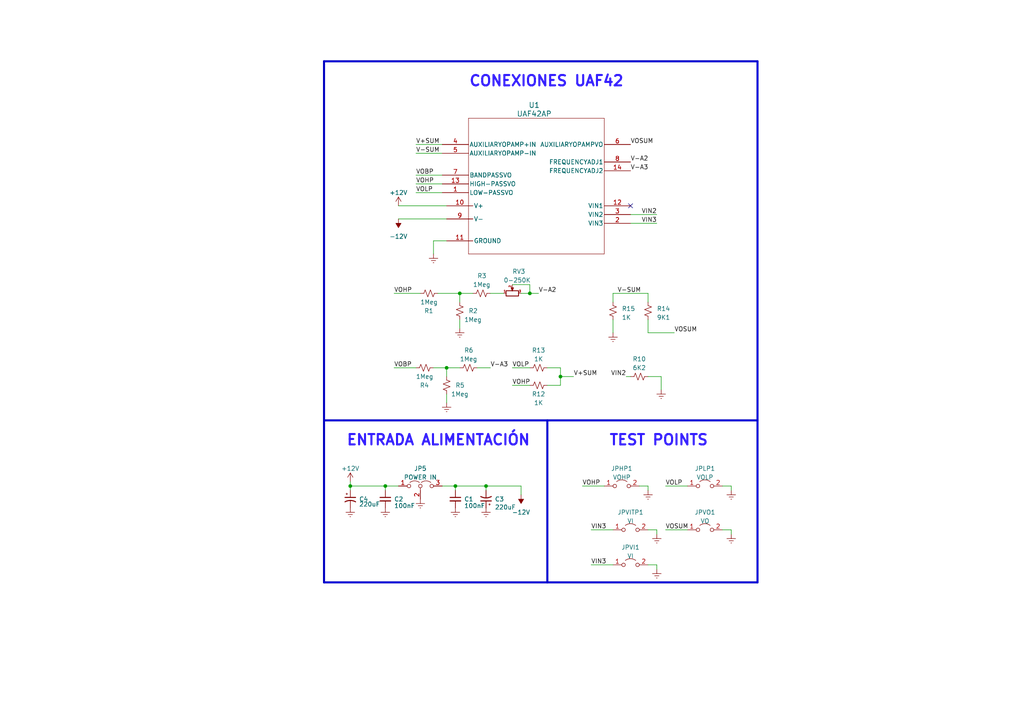
<source format=kicad_sch>
(kicad_sch (version 20230121) (generator eeschema)

  (uuid fb7dd137-9742-400b-bc8f-2cda8fe4d4fa)

  (paper "A4")

  (lib_symbols
    (symbol "Device:C_Polarized_Small_US" (pin_numbers hide) (pin_names (offset 0.254) hide) (in_bom yes) (on_board yes)
      (property "Reference" "C" (at 0.254 1.778 0)
        (effects (font (size 1.27 1.27)) (justify left))
      )
      (property "Value" "C_Polarized_Small_US" (at 0.254 -2.032 0)
        (effects (font (size 1.27 1.27)) (justify left))
      )
      (property "Footprint" "" (at 0 0 0)
        (effects (font (size 1.27 1.27)) hide)
      )
      (property "Datasheet" "~" (at 0 0 0)
        (effects (font (size 1.27 1.27)) hide)
      )
      (property "ki_keywords" "cap capacitor" (at 0 0 0)
        (effects (font (size 1.27 1.27)) hide)
      )
      (property "ki_description" "Polarized capacitor, small US symbol" (at 0 0 0)
        (effects (font (size 1.27 1.27)) hide)
      )
      (property "ki_fp_filters" "CP_*" (at 0 0 0)
        (effects (font (size 1.27 1.27)) hide)
      )
      (symbol "C_Polarized_Small_US_0_1"
        (polyline
          (pts
            (xy -1.524 0.508)
            (xy 1.524 0.508)
          )
          (stroke (width 0.3048) (type default))
          (fill (type none))
        )
        (polyline
          (pts
            (xy -1.27 1.524)
            (xy -0.762 1.524)
          )
          (stroke (width 0) (type default))
          (fill (type none))
        )
        (polyline
          (pts
            (xy -1.016 1.27)
            (xy -1.016 1.778)
          )
          (stroke (width 0) (type default))
          (fill (type none))
        )
        (arc (start 1.524 -0.762) (mid 0 -0.3734) (end -1.524 -0.762)
          (stroke (width 0.3048) (type default))
          (fill (type none))
        )
      )
      (symbol "C_Polarized_Small_US_1_1"
        (pin passive line (at 0 2.54 270) (length 2.032)
          (name "~" (effects (font (size 1.27 1.27))))
          (number "1" (effects (font (size 1.27 1.27))))
        )
        (pin passive line (at 0 -2.54 90) (length 2.032)
          (name "~" (effects (font (size 1.27 1.27))))
          (number "2" (effects (font (size 1.27 1.27))))
        )
      )
    )
    (symbol "Device:C_Small" (pin_numbers hide) (pin_names (offset 0.254) hide) (in_bom yes) (on_board yes)
      (property "Reference" "C" (at 0.254 1.778 0)
        (effects (font (size 1.27 1.27)) (justify left))
      )
      (property "Value" "C_Small" (at 0.254 -2.032 0)
        (effects (font (size 1.27 1.27)) (justify left))
      )
      (property "Footprint" "" (at 0 0 0)
        (effects (font (size 1.27 1.27)) hide)
      )
      (property "Datasheet" "~" (at 0 0 0)
        (effects (font (size 1.27 1.27)) hide)
      )
      (property "ki_keywords" "capacitor cap" (at 0 0 0)
        (effects (font (size 1.27 1.27)) hide)
      )
      (property "ki_description" "Unpolarized capacitor, small symbol" (at 0 0 0)
        (effects (font (size 1.27 1.27)) hide)
      )
      (property "ki_fp_filters" "C_*" (at 0 0 0)
        (effects (font (size 1.27 1.27)) hide)
      )
      (symbol "C_Small_0_1"
        (polyline
          (pts
            (xy -1.524 -0.508)
            (xy 1.524 -0.508)
          )
          (stroke (width 0.3302) (type default))
          (fill (type none))
        )
        (polyline
          (pts
            (xy -1.524 0.508)
            (xy 1.524 0.508)
          )
          (stroke (width 0.3048) (type default))
          (fill (type none))
        )
      )
      (symbol "C_Small_1_1"
        (pin passive line (at 0 2.54 270) (length 2.032)
          (name "~" (effects (font (size 1.27 1.27))))
          (number "1" (effects (font (size 1.27 1.27))))
        )
        (pin passive line (at 0 -2.54 90) (length 2.032)
          (name "~" (effects (font (size 1.27 1.27))))
          (number "2" (effects (font (size 1.27 1.27))))
        )
      )
    )
    (symbol "Device:R_Potentiometer_Small" (pin_names (offset 1.016) hide) (in_bom yes) (on_board yes)
      (property "Reference" "RV" (at -4.445 0 90)
        (effects (font (size 1.27 1.27)))
      )
      (property "Value" "R_Potentiometer_Small" (at -2.54 0 90)
        (effects (font (size 1.27 1.27)))
      )
      (property "Footprint" "" (at 0 0 0)
        (effects (font (size 1.27 1.27)) hide)
      )
      (property "Datasheet" "~" (at 0 0 0)
        (effects (font (size 1.27 1.27)) hide)
      )
      (property "ki_keywords" "resistor variable" (at 0 0 0)
        (effects (font (size 1.27 1.27)) hide)
      )
      (property "ki_description" "Potentiometer" (at 0 0 0)
        (effects (font (size 1.27 1.27)) hide)
      )
      (property "ki_fp_filters" "Potentiometer*" (at 0 0 0)
        (effects (font (size 1.27 1.27)) hide)
      )
      (symbol "R_Potentiometer_Small_0_1"
        (polyline
          (pts
            (xy 0.889 0)
            (xy 0.635 0)
            (xy 1.651 0.381)
            (xy 1.651 -0.381)
            (xy 0.635 0)
            (xy 0.889 0)
          )
          (stroke (width 0) (type default))
          (fill (type outline))
        )
        (rectangle (start 0.762 1.8034) (end -0.762 -1.8034)
          (stroke (width 0.254) (type default))
          (fill (type none))
        )
      )
      (symbol "R_Potentiometer_Small_1_1"
        (pin passive line (at 0 2.54 270) (length 0.635)
          (name "1" (effects (font (size 0.635 0.635))))
          (number "1" (effects (font (size 0.635 0.635))))
        )
        (pin passive line (at 2.54 0 180) (length 0.9906)
          (name "2" (effects (font (size 0.635 0.635))))
          (number "2" (effects (font (size 0.635 0.635))))
        )
        (pin passive line (at 0 -2.54 90) (length 0.635)
          (name "3" (effects (font (size 0.635 0.635))))
          (number "3" (effects (font (size 0.635 0.635))))
        )
      )
    )
    (symbol "Device:R_Small_US" (pin_numbers hide) (pin_names (offset 0.254) hide) (in_bom yes) (on_board yes)
      (property "Reference" "R" (at 0.762 0.508 0)
        (effects (font (size 1.27 1.27)) (justify left))
      )
      (property "Value" "R_Small_US" (at 0.762 -1.016 0)
        (effects (font (size 1.27 1.27)) (justify left))
      )
      (property "Footprint" "" (at 0 0 0)
        (effects (font (size 1.27 1.27)) hide)
      )
      (property "Datasheet" "~" (at 0 0 0)
        (effects (font (size 1.27 1.27)) hide)
      )
      (property "ki_keywords" "r resistor" (at 0 0 0)
        (effects (font (size 1.27 1.27)) hide)
      )
      (property "ki_description" "Resistor, small US symbol" (at 0 0 0)
        (effects (font (size 1.27 1.27)) hide)
      )
      (property "ki_fp_filters" "R_*" (at 0 0 0)
        (effects (font (size 1.27 1.27)) hide)
      )
      (symbol "R_Small_US_1_1"
        (polyline
          (pts
            (xy 0 0)
            (xy 1.016 -0.381)
            (xy 0 -0.762)
            (xy -1.016 -1.143)
            (xy 0 -1.524)
          )
          (stroke (width 0) (type default))
          (fill (type none))
        )
        (polyline
          (pts
            (xy 0 1.524)
            (xy 1.016 1.143)
            (xy 0 0.762)
            (xy -1.016 0.381)
            (xy 0 0)
          )
          (stroke (width 0) (type default))
          (fill (type none))
        )
        (pin passive line (at 0 2.54 270) (length 1.016)
          (name "~" (effects (font (size 1.27 1.27))))
          (number "1" (effects (font (size 1.27 1.27))))
        )
        (pin passive line (at 0 -2.54 90) (length 1.016)
          (name "~" (effects (font (size 1.27 1.27))))
          (number "2" (effects (font (size 1.27 1.27))))
        )
      )
    )
    (symbol "Jumper:Jumper_2_Open" (pin_names (offset 0) hide) (in_bom yes) (on_board yes)
      (property "Reference" "JP" (at 0 2.794 0)
        (effects (font (size 1.27 1.27)))
      )
      (property "Value" "Jumper_2_Open" (at 0 -2.286 0)
        (effects (font (size 1.27 1.27)))
      )
      (property "Footprint" "" (at 0 0 0)
        (effects (font (size 1.27 1.27)) hide)
      )
      (property "Datasheet" "~" (at 0 0 0)
        (effects (font (size 1.27 1.27)) hide)
      )
      (property "ki_keywords" "Jumper SPST" (at 0 0 0)
        (effects (font (size 1.27 1.27)) hide)
      )
      (property "ki_description" "Jumper, 2-pole, open" (at 0 0 0)
        (effects (font (size 1.27 1.27)) hide)
      )
      (property "ki_fp_filters" "Jumper* TestPoint*2Pads* TestPoint*Bridge*" (at 0 0 0)
        (effects (font (size 1.27 1.27)) hide)
      )
      (symbol "Jumper_2_Open_0_0"
        (circle (center -2.032 0) (radius 0.508)
          (stroke (width 0) (type default))
          (fill (type none))
        )
        (circle (center 2.032 0) (radius 0.508)
          (stroke (width 0) (type default))
          (fill (type none))
        )
      )
      (symbol "Jumper_2_Open_0_1"
        (arc (start 1.524 1.27) (mid 0 1.778) (end -1.524 1.27)
          (stroke (width 0) (type default))
          (fill (type none))
        )
      )
      (symbol "Jumper_2_Open_1_1"
        (pin passive line (at -5.08 0 0) (length 2.54)
          (name "A" (effects (font (size 1.27 1.27))))
          (number "1" (effects (font (size 1.27 1.27))))
        )
        (pin passive line (at 5.08 0 180) (length 2.54)
          (name "B" (effects (font (size 1.27 1.27))))
          (number "2" (effects (font (size 1.27 1.27))))
        )
      )
    )
    (symbol "Jumper:Jumper_3_Open" (pin_names (offset 0) hide) (in_bom yes) (on_board yes)
      (property "Reference" "JP" (at -2.54 -2.54 0)
        (effects (font (size 1.27 1.27)))
      )
      (property "Value" "Jumper_3_Open" (at 0 2.794 0)
        (effects (font (size 1.27 1.27)))
      )
      (property "Footprint" "" (at 0 0 0)
        (effects (font (size 1.27 1.27)) hide)
      )
      (property "Datasheet" "~" (at 0 0 0)
        (effects (font (size 1.27 1.27)) hide)
      )
      (property "ki_keywords" "Jumper SPDT" (at 0 0 0)
        (effects (font (size 1.27 1.27)) hide)
      )
      (property "ki_description" "Jumper, 3-pole, both open" (at 0 0 0)
        (effects (font (size 1.27 1.27)) hide)
      )
      (property "ki_fp_filters" "Jumper* TestPoint*3Pads* TestPoint*Bridge*" (at 0 0 0)
        (effects (font (size 1.27 1.27)) hide)
      )
      (symbol "Jumper_3_Open_0_0"
        (circle (center -3.302 0) (radius 0.508)
          (stroke (width 0) (type default))
          (fill (type none))
        )
        (circle (center 0 0) (radius 0.508)
          (stroke (width 0) (type default))
          (fill (type none))
        )
        (circle (center 3.302 0) (radius 0.508)
          (stroke (width 0) (type default))
          (fill (type none))
        )
      )
      (symbol "Jumper_3_Open_0_1"
        (arc (start -0.254 1.016) (mid -1.651 1.4992) (end -3.048 1.016)
          (stroke (width 0) (type default))
          (fill (type none))
        )
        (polyline
          (pts
            (xy 0 -0.508)
            (xy 0 -1.27)
          )
          (stroke (width 0) (type default))
          (fill (type none))
        )
        (arc (start 3.048 1.016) (mid 1.651 1.4992) (end 0.254 1.016)
          (stroke (width 0) (type default))
          (fill (type none))
        )
      )
      (symbol "Jumper_3_Open_1_1"
        (pin passive line (at -6.35 0 0) (length 2.54)
          (name "A" (effects (font (size 1.27 1.27))))
          (number "1" (effects (font (size 1.27 1.27))))
        )
        (pin passive line (at 0 -3.81 90) (length 2.54)
          (name "C" (effects (font (size 1.27 1.27))))
          (number "2" (effects (font (size 1.27 1.27))))
        )
        (pin passive line (at 6.35 0 180) (length 2.54)
          (name "B" (effects (font (size 1.27 1.27))))
          (number "3" (effects (font (size 1.27 1.27))))
        )
      )
    )
    (symbol "UAF42:UAF42AP" (pin_names (offset 0.254)) (in_bom yes) (on_board yes)
      (property "Reference" "U1" (at 41.91 11.43 0)
        (effects (font (size 1.524 1.524)))
      )
      (property "Value" "UAF42AP" (at 41.91 8.89 0)
        (effects (font (size 1.524 1.524)))
      )
      (property "Footprint" "UAF42:N14" (at 15.24 0 0)
        (effects (font (size 1.27 1.27) italic) hide)
      )
      (property "Datasheet" "UAF42AP" (at 15.24 0 0)
        (effects (font (size 1.27 1.27) italic) hide)
      )
      (property "ki_locked" "" (at 0 0 0)
        (effects (font (size 1.27 1.27)))
      )
      (property "ki_keywords" "UAF42AP" (at 0 0 0)
        (effects (font (size 1.27 1.27)) hide)
      )
      (property "ki_fp_filters" "N14" (at 0 0 0)
        (effects (font (size 1.27 1.27)) hide)
      )
      (symbol "UAF42AP_0_1"
        (polyline
          (pts
            (xy 22.86 -31.75)
            (xy 62.23 -31.75)
          )
          (stroke (width 0.127) (type default))
          (fill (type none))
        )
        (polyline
          (pts
            (xy 22.86 7.62)
            (xy 22.86 -31.75)
          )
          (stroke (width 0.127) (type default))
          (fill (type none))
        )
        (polyline
          (pts
            (xy 62.23 -31.75)
            (xy 62.23 7.62)
          )
          (stroke (width 0.127) (type default))
          (fill (type none))
        )
        (polyline
          (pts
            (xy 62.23 7.62)
            (xy 22.86 7.62)
          )
          (stroke (width 0.127) (type default))
          (fill (type none))
        )
        (pin unspecified line (at 15.24 -13.97 0) (length 7.62)
          (name "LOW-PASSVO" (effects (font (size 1.27 1.27))))
          (number "1" (effects (font (size 1.27 1.27))))
        )
        (pin power_in line (at 16.51 -17.78 0) (length 7.62)
          (name "V+" (effects (font (size 1.27 1.27))))
          (number "10" (effects (font (size 1.27 1.27))))
        )
        (pin power_in line (at 16.51 -27.94 0) (length 7.62)
          (name "GROUND" (effects (font (size 1.27 1.27))))
          (number "11" (effects (font (size 1.27 1.27))))
        )
        (pin input line (at 69.85 -17.78 180) (length 7.62)
          (name "VIN1" (effects (font (size 1.27 1.27))))
          (number "12" (effects (font (size 1.27 1.27))))
        )
        (pin unspecified line (at 15.24 -11.43 0) (length 7.62)
          (name "HIGH-PASSVO" (effects (font (size 1.27 1.27))))
          (number "13" (effects (font (size 1.27 1.27))))
        )
        (pin unspecified line (at 69.85 -7.62 180) (length 7.62)
          (name "FREQUENCYADJ2" (effects (font (size 1.27 1.27))))
          (number "14" (effects (font (size 1.27 1.27))))
        )
        (pin input line (at 69.85 -22.86 180) (length 7.62)
          (name "VIN3" (effects (font (size 1.27 1.27))))
          (number "2" (effects (font (size 1.27 1.27))))
        )
        (pin input line (at 69.85 -20.32 180) (length 7.62)
          (name "VIN2" (effects (font (size 1.27 1.27))))
          (number "3" (effects (font (size 1.27 1.27))))
        )
        (pin unspecified line (at 15.24 0 0) (length 7.62)
          (name "AUXILIARYOPAMP+IN" (effects (font (size 1.27 1.27))))
          (number "4" (effects (font (size 1.27 1.27))))
        )
        (pin unspecified line (at 15.24 -2.54 0) (length 7.62)
          (name "AUXILIARYOPAMP-IN" (effects (font (size 1.27 1.27))))
          (number "5" (effects (font (size 1.27 1.27))))
        )
        (pin unspecified line (at 69.85 0 180) (length 7.62)
          (name "AUXILIARYOPAMPVO" (effects (font (size 1.27 1.27))))
          (number "6" (effects (font (size 1.27 1.27))))
        )
        (pin unspecified line (at 15.24 -8.89 0) (length 7.62)
          (name "BANDPASSVO" (effects (font (size 1.27 1.27))))
          (number "7" (effects (font (size 1.27 1.27))))
        )
        (pin unspecified line (at 69.85 -5.08 180) (length 7.62)
          (name "FREQUENCYADJ1" (effects (font (size 1.27 1.27))))
          (number "8" (effects (font (size 1.27 1.27))))
        )
        (pin power_in line (at 16.51 -21.59 0) (length 7.62)
          (name "V-" (effects (font (size 1.27 1.27))))
          (number "9" (effects (font (size 1.27 1.27))))
        )
      )
    )
    (symbol "power:+12V" (power) (pin_names (offset 0)) (in_bom yes) (on_board yes)
      (property "Reference" "#PWR" (at 0 -3.81 0)
        (effects (font (size 1.27 1.27)) hide)
      )
      (property "Value" "+12V" (at 0 3.556 0)
        (effects (font (size 1.27 1.27)))
      )
      (property "Footprint" "" (at 0 0 0)
        (effects (font (size 1.27 1.27)) hide)
      )
      (property "Datasheet" "" (at 0 0 0)
        (effects (font (size 1.27 1.27)) hide)
      )
      (property "ki_keywords" "global power" (at 0 0 0)
        (effects (font (size 1.27 1.27)) hide)
      )
      (property "ki_description" "Power symbol creates a global label with name \"+12V\"" (at 0 0 0)
        (effects (font (size 1.27 1.27)) hide)
      )
      (symbol "+12V_0_1"
        (polyline
          (pts
            (xy -0.762 1.27)
            (xy 0 2.54)
          )
          (stroke (width 0) (type default))
          (fill (type none))
        )
        (polyline
          (pts
            (xy 0 0)
            (xy 0 2.54)
          )
          (stroke (width 0) (type default))
          (fill (type none))
        )
        (polyline
          (pts
            (xy 0 2.54)
            (xy 0.762 1.27)
          )
          (stroke (width 0) (type default))
          (fill (type none))
        )
      )
      (symbol "+12V_1_1"
        (pin power_in line (at 0 0 90) (length 0) hide
          (name "+12V" (effects (font (size 1.27 1.27))))
          (number "1" (effects (font (size 1.27 1.27))))
        )
      )
    )
    (symbol "power:-12V" (power) (pin_names (offset 0)) (in_bom yes) (on_board yes)
      (property "Reference" "#PWR" (at 0 2.54 0)
        (effects (font (size 1.27 1.27)) hide)
      )
      (property "Value" "-12V" (at 0 3.81 0)
        (effects (font (size 1.27 1.27)))
      )
      (property "Footprint" "" (at 0 0 0)
        (effects (font (size 1.27 1.27)) hide)
      )
      (property "Datasheet" "" (at 0 0 0)
        (effects (font (size 1.27 1.27)) hide)
      )
      (property "ki_keywords" "global power" (at 0 0 0)
        (effects (font (size 1.27 1.27)) hide)
      )
      (property "ki_description" "Power symbol creates a global label with name \"-12V\"" (at 0 0 0)
        (effects (font (size 1.27 1.27)) hide)
      )
      (symbol "-12V_0_0"
        (pin power_in line (at 0 0 90) (length 0) hide
          (name "-12V" (effects (font (size 1.27 1.27))))
          (number "1" (effects (font (size 1.27 1.27))))
        )
      )
      (symbol "-12V_0_1"
        (polyline
          (pts
            (xy 0 0)
            (xy 0 1.27)
            (xy 0.762 1.27)
            (xy 0 2.54)
            (xy -0.762 1.27)
            (xy 0 1.27)
          )
          (stroke (width 0) (type default))
          (fill (type outline))
        )
      )
    )
    (symbol "power:Earth" (power) (pin_names (offset 0)) (in_bom yes) (on_board yes)
      (property "Reference" "#PWR" (at 0 -6.35 0)
        (effects (font (size 1.27 1.27)) hide)
      )
      (property "Value" "Earth" (at 0 -3.81 0)
        (effects (font (size 1.27 1.27)) hide)
      )
      (property "Footprint" "" (at 0 0 0)
        (effects (font (size 1.27 1.27)) hide)
      )
      (property "Datasheet" "~" (at 0 0 0)
        (effects (font (size 1.27 1.27)) hide)
      )
      (property "ki_keywords" "global ground gnd" (at 0 0 0)
        (effects (font (size 1.27 1.27)) hide)
      )
      (property "ki_description" "Power symbol creates a global label with name \"Earth\"" (at 0 0 0)
        (effects (font (size 1.27 1.27)) hide)
      )
      (symbol "Earth_0_1"
        (polyline
          (pts
            (xy -0.635 -1.905)
            (xy 0.635 -1.905)
          )
          (stroke (width 0) (type default))
          (fill (type none))
        )
        (polyline
          (pts
            (xy -0.127 -2.54)
            (xy 0.127 -2.54)
          )
          (stroke (width 0) (type default))
          (fill (type none))
        )
        (polyline
          (pts
            (xy 0 -1.27)
            (xy 0 0)
          )
          (stroke (width 0) (type default))
          (fill (type none))
        )
        (polyline
          (pts
            (xy 1.27 -1.27)
            (xy -1.27 -1.27)
          )
          (stroke (width 0) (type default))
          (fill (type none))
        )
      )
      (symbol "Earth_1_1"
        (pin power_in line (at 0 0 270) (length 0) hide
          (name "Earth" (effects (font (size 1.27 1.27))))
          (number "1" (effects (font (size 1.27 1.27))))
        )
      )
    )
  )

  (junction (at 153.67 85.09) (diameter 0) (color 0 0 0 0)
    (uuid 005ab4a0-26aa-4e07-8a6d-e23070bfba0c)
  )
  (junction (at 132.08 140.97) (diameter 0) (color 0 0 0 0)
    (uuid 127eed48-3fb7-44a5-b30b-23187761b78a)
  )
  (junction (at 129.54 106.68) (diameter 0) (color 0 0 0 0)
    (uuid 26bf8301-03d5-4d8d-8451-f85a966eeb60)
  )
  (junction (at 133.35 85.09) (diameter 0) (color 0 0 0 0)
    (uuid 402484a9-69b9-4c25-9c3b-51b4f5cee882)
  )
  (junction (at 162.56 109.22) (diameter 0) (color 0 0 0 0)
    (uuid 5bb5ee67-bd64-4c68-8ddf-1f8fb344455f)
  )
  (junction (at 140.97 140.97) (diameter 0) (color 0 0 0 0)
    (uuid 870bd4c1-df6a-4798-9530-2d973b7af286)
  )
  (junction (at 101.6 140.97) (diameter 0) (color 0 0 0 0)
    (uuid e892f430-4e7f-41be-b31c-7abce471c88a)
  )
  (junction (at 111.76 140.97) (diameter 0) (color 0 0 0 0)
    (uuid f6d86ef3-c888-49ed-a07f-37d090264eaf)
  )

  (no_connect (at 182.88 59.69) (uuid 72ab0904-7df2-4902-abea-93dd3fbcaab1))

  (polyline (pts (xy 219.71 17.78) (xy 93.98 17.78))
    (stroke (width 0.6) (type solid))
    (uuid 02d1f9bb-ef3c-40af-adfc-119b53b25640)
  )
  (polyline (pts (xy 158.75 168.91) (xy 158.75 121.92))
    (stroke (width 0.6) (type solid))
    (uuid 1786dc5b-8c26-4e7b-ba60-48f1dbd45335)
  )

  (wire (pts (xy 138.43 106.68) (xy 142.24 106.68))
    (stroke (width 0) (type default))
    (uuid 19b7fec7-c43f-4696-bb60-9f708f396da3)
  )
  (wire (pts (xy 187.96 142.24) (xy 187.96 140.97))
    (stroke (width 0) (type default))
    (uuid 19ea9bff-4e99-4d94-b400-db84d6441991)
  )
  (wire (pts (xy 158.75 106.68) (xy 162.56 106.68))
    (stroke (width 0) (type default))
    (uuid 1d5d4cd9-a350-4b95-b78f-285347d30ad7)
  )
  (wire (pts (xy 133.35 85.09) (xy 137.16 85.09))
    (stroke (width 0) (type default))
    (uuid 285161ad-e29e-4a6f-b828-1b3d7635f027)
  )
  (wire (pts (xy 212.09 154.94) (xy 212.09 153.67))
    (stroke (width 0) (type default))
    (uuid 29a6970e-48fb-4681-86b9-cb40b2f210c8)
  )
  (wire (pts (xy 114.3 85.09) (xy 121.92 85.09))
    (stroke (width 0) (type default))
    (uuid 29ce9c5b-4c71-431f-8a2b-92ab269585b8)
  )
  (wire (pts (xy 129.54 106.68) (xy 133.35 106.68))
    (stroke (width 0) (type default))
    (uuid 2cc4e992-f69b-4ea9-b981-dd44061c8776)
  )
  (wire (pts (xy 168.91 140.97) (xy 175.26 140.97))
    (stroke (width 0) (type default))
    (uuid 2dce046d-1948-431e-830b-4062a1f184bf)
  )
  (wire (pts (xy 120.65 53.34) (xy 128.27 53.34))
    (stroke (width 0) (type default))
    (uuid 2ea6fe5b-2e74-4149-b9fb-751c5bdf7824)
  )
  (wire (pts (xy 101.6 140.97) (xy 101.6 139.7))
    (stroke (width 0) (type default))
    (uuid 2f881349-6707-4552-9489-5e6647e3de61)
  )
  (wire (pts (xy 212.09 140.97) (xy 209.55 140.97))
    (stroke (width 0) (type default))
    (uuid 3096989b-e713-4e8e-8685-9d777edbc162)
  )
  (polyline (pts (xy 219.71 121.92) (xy 93.98 121.92))
    (stroke (width 0.6) (type solid))
    (uuid 3484b12b-591f-483f-81e3-a5a043b3342d)
  )

  (wire (pts (xy 111.76 140.97) (xy 101.6 140.97))
    (stroke (width 0) (type default))
    (uuid 3505f617-2ae2-45d3-8fa7-347bdafa2134)
  )
  (wire (pts (xy 133.35 95.25) (xy 133.35 92.71))
    (stroke (width 0) (type default))
    (uuid 3705988e-407d-4238-8e51-d16666efebd0)
  )
  (wire (pts (xy 191.77 109.22) (xy 187.96 109.22))
    (stroke (width 0) (type default))
    (uuid 37ae90b6-e925-4530-92d1-ef8bb7c6b3a6)
  )
  (wire (pts (xy 120.65 50.8) (xy 128.27 50.8))
    (stroke (width 0) (type default))
    (uuid 3c4d6d2e-bc2f-4df6-b75f-8c924a99ea61)
  )
  (wire (pts (xy 190.5 153.67) (xy 187.96 153.67))
    (stroke (width 0) (type default))
    (uuid 3f090939-7f4c-4ae5-ad3a-60f06d85e1e3)
  )
  (wire (pts (xy 177.8 85.09) (xy 187.96 85.09))
    (stroke (width 0) (type default))
    (uuid 42d9f3fd-db97-4e9c-a670-c0859f7dd892)
  )
  (wire (pts (xy 190.5 62.23) (xy 182.88 62.23))
    (stroke (width 0) (type default))
    (uuid 431fc718-de58-4503-b60e-5728bcb72547)
  )
  (wire (pts (xy 212.09 142.24) (xy 212.09 140.97))
    (stroke (width 0) (type default))
    (uuid 43b9104b-53d7-4aec-b40f-196f5bad60ff)
  )
  (wire (pts (xy 191.77 109.22) (xy 191.77 113.03))
    (stroke (width 0) (type default))
    (uuid 43dd0607-e466-4995-bf9f-13f81c28f3b4)
  )
  (wire (pts (xy 120.65 41.91) (xy 128.27 41.91))
    (stroke (width 0) (type default))
    (uuid 465ab5a8-bae9-4892-a2c2-ac5c386aac17)
  )
  (wire (pts (xy 187.96 96.52) (xy 195.58 96.52))
    (stroke (width 0) (type default))
    (uuid 4e00c2e1-1ecf-4214-8a60-11611259f7e6)
  )
  (wire (pts (xy 177.8 96.52) (xy 177.8 92.71))
    (stroke (width 0) (type default))
    (uuid 4e54b960-ae25-42b4-b475-ed4f2bdf63c3)
  )
  (wire (pts (xy 171.45 153.67) (xy 177.8 153.67))
    (stroke (width 0) (type default))
    (uuid 4f133fe6-1840-4a7d-bcb5-979e825a2da3)
  )
  (polyline (pts (xy 93.98 168.91) (xy 93.98 121.92))
    (stroke (width 0.6) (type solid))
    (uuid 4f300774-c30b-490c-a20f-a308fd445129)
  )

  (wire (pts (xy 187.96 92.71) (xy 187.96 96.52))
    (stroke (width 0) (type default))
    (uuid 5190ad05-bc0f-4d99-ae22-b230c59e51df)
  )
  (wire (pts (xy 151.13 85.09) (xy 153.67 85.09))
    (stroke (width 0) (type default))
    (uuid 53acd50f-f943-4410-aa53-7de9586dda78)
  )
  (wire (pts (xy 140.97 140.97) (xy 151.13 140.97))
    (stroke (width 0) (type default))
    (uuid 56176e8b-e7a0-4223-a38b-3e61dac822d8)
  )
  (wire (pts (xy 142.24 85.09) (xy 146.05 85.09))
    (stroke (width 0) (type default))
    (uuid 57503b06-795a-4112-b425-ced8e3ffbc5f)
  )
  (wire (pts (xy 171.45 163.83) (xy 177.8 163.83))
    (stroke (width 0) (type default))
    (uuid 584bed84-f14a-48ec-ad83-04b9c805f94b)
  )
  (wire (pts (xy 162.56 109.22) (xy 166.37 109.22))
    (stroke (width 0) (type default))
    (uuid 594723be-3dca-42a0-8764-46963e770656)
  )
  (polyline (pts (xy 93.98 168.91) (xy 219.71 168.91))
    (stroke (width 0.6) (type solid))
    (uuid 5c09e870-adb3-41fe-a1e6-05a04b15aaf8)
  )

  (wire (pts (xy 182.88 109.22) (xy 181.61 109.22))
    (stroke (width 0) (type default))
    (uuid 5c6fa35c-55e3-485d-b001-0346f3e9890f)
  )
  (wire (pts (xy 129.54 116.84) (xy 129.54 114.3))
    (stroke (width 0) (type default))
    (uuid 5fc5c1ab-a26e-45a4-8cb0-3ee4b428d0ff)
  )
  (wire (pts (xy 111.76 140.97) (xy 111.76 142.24))
    (stroke (width 0) (type default))
    (uuid 60fa9c3d-e747-4763-b746-f5cf534c5566)
  )
  (wire (pts (xy 120.65 55.88) (xy 128.27 55.88))
    (stroke (width 0) (type default))
    (uuid 613f1228-382f-4e1c-ab4c-67c67906cd8e)
  )
  (wire (pts (xy 133.35 87.63) (xy 133.35 85.09))
    (stroke (width 0) (type default))
    (uuid 6923f88c-989b-450a-811f-a84833744f57)
  )
  (wire (pts (xy 101.6 140.97) (xy 101.6 142.24))
    (stroke (width 0) (type default))
    (uuid 6c8db4e7-4f78-4f2f-ba8d-fceef5676692)
  )
  (wire (pts (xy 193.04 153.67) (xy 199.39 153.67))
    (stroke (width 0) (type default))
    (uuid 6f78cbe0-b76d-4908-8061-3a15611397a9)
  )
  (wire (pts (xy 125.73 69.85) (xy 129.54 69.85))
    (stroke (width 0) (type default))
    (uuid 74279cb7-2565-4284-9b86-5f3a75c37d64)
  )
  (wire (pts (xy 190.5 165.1) (xy 190.5 163.83))
    (stroke (width 0) (type default))
    (uuid 7556754c-432f-4e50-89a8-67fcc126adaa)
  )
  (wire (pts (xy 162.56 111.76) (xy 162.56 109.22))
    (stroke (width 0) (type default))
    (uuid 76b48707-ca00-4521-bb63-d78f6a452133)
  )
  (wire (pts (xy 148.59 111.76) (xy 153.67 111.76))
    (stroke (width 0) (type default))
    (uuid 783b903b-8e37-4c02-8ba1-b9b8c0d59192)
  )
  (wire (pts (xy 140.97 140.97) (xy 140.97 142.24))
    (stroke (width 0) (type default))
    (uuid 797040ad-1ff0-430f-b300-2f900300a06b)
  )
  (wire (pts (xy 187.96 87.63) (xy 187.96 85.09))
    (stroke (width 0) (type default))
    (uuid 7b031c66-6b56-4e1d-8b04-7ada3cd703ba)
  )
  (wire (pts (xy 127 85.09) (xy 133.35 85.09))
    (stroke (width 0) (type default))
    (uuid 7e785807-55b1-4986-98ec-7432c39d5be6)
  )
  (wire (pts (xy 129.54 109.22) (xy 129.54 106.68))
    (stroke (width 0) (type default))
    (uuid 7f9b9e5f-92db-4f28-aea0-271f589fd5c1)
  )
  (wire (pts (xy 158.75 111.76) (xy 162.56 111.76))
    (stroke (width 0) (type default))
    (uuid 814d4da2-fa60-4b04-b528-a5e2a62cc0b0)
  )
  (wire (pts (xy 162.56 106.68) (xy 162.56 109.22))
    (stroke (width 0) (type default))
    (uuid 81932ecc-cb48-4965-bc35-aa581af843c6)
  )
  (wire (pts (xy 125.73 106.68) (xy 129.54 106.68))
    (stroke (width 0) (type default))
    (uuid 8623937e-4ea4-4b5a-992d-13308808428f)
  )
  (wire (pts (xy 190.5 64.77) (xy 182.88 64.77))
    (stroke (width 0) (type default))
    (uuid 8756f385-4a70-4b23-91d2-46e5ced2491f)
  )
  (wire (pts (xy 148.59 106.68) (xy 153.67 106.68))
    (stroke (width 0) (type default))
    (uuid 8873f090-dffd-4177-83a6-7a6e63cb5531)
  )
  (wire (pts (xy 115.57 63.5) (xy 129.54 63.5))
    (stroke (width 0) (type default))
    (uuid 935a5111-9e14-47f8-b2c8-946ed0cdc9b9)
  )
  (wire (pts (xy 151.13 140.97) (xy 151.13 143.51))
    (stroke (width 0) (type default))
    (uuid 95aeea6b-bf36-47b2-829f-0c93a2474007)
  )
  (polyline (pts (xy 219.71 121.92) (xy 219.71 17.78))
    (stroke (width 0.6) (type solid))
    (uuid 97e37465-3541-4851-bf22-8260c057adc6)
  )

  (wire (pts (xy 153.67 82.55) (xy 153.67 85.09))
    (stroke (width 0) (type default))
    (uuid 9a99f4a0-4bce-4a58-a517-f89b91f9ab54)
  )
  (wire (pts (xy 153.67 85.09) (xy 156.21 85.09))
    (stroke (width 0) (type default))
    (uuid a626423d-4be4-4cd4-87ef-81310680584b)
  )
  (wire (pts (xy 193.04 140.97) (xy 199.39 140.97))
    (stroke (width 0) (type default))
    (uuid a66e4c85-74a6-4ef5-9211-a276aa77973d)
  )
  (wire (pts (xy 115.57 140.97) (xy 111.76 140.97))
    (stroke (width 0) (type default))
    (uuid aea516fb-8f14-43ce-abe8-8c63b28f5085)
  )
  (polyline (pts (xy 219.71 168.91) (xy 219.71 121.92))
    (stroke (width 0.6) (type solid))
    (uuid b46e46b9-4fa6-4ca4-83fa-b94697082428)
  )

  (wire (pts (xy 132.08 140.97) (xy 132.08 142.24))
    (stroke (width 0) (type default))
    (uuid bc156e3e-1243-473d-bf43-e295f0c7c043)
  )
  (wire (pts (xy 190.5 154.94) (xy 190.5 153.67))
    (stroke (width 0) (type default))
    (uuid c08370ab-2933-4e17-a592-ac101de0b896)
  )
  (wire (pts (xy 177.8 85.09) (xy 177.8 87.63))
    (stroke (width 0) (type default))
    (uuid c0cd4738-8e7b-4bb9-b45a-41aa150a657f)
  )
  (wire (pts (xy 132.08 140.97) (xy 140.97 140.97))
    (stroke (width 0) (type default))
    (uuid c2a7572f-a360-4603-88c7-2c1a54950bcf)
  )
  (wire (pts (xy 148.59 82.55) (xy 153.67 82.55))
    (stroke (width 0) (type default))
    (uuid c353d69b-137d-4742-a4d9-4906caae0b24)
  )
  (wire (pts (xy 115.57 59.69) (xy 129.54 59.69))
    (stroke (width 0) (type default))
    (uuid d43221f1-10d5-46c0-a7ab-4d61ec840c83)
  )
  (wire (pts (xy 120.65 44.45) (xy 128.27 44.45))
    (stroke (width 0) (type default))
    (uuid d7119361-f378-405b-a77c-0fa8d363710b)
  )
  (wire (pts (xy 212.09 153.67) (xy 209.55 153.67))
    (stroke (width 0) (type default))
    (uuid db68d52c-6e1e-4354-bf89-49ef6014c0b7)
  )
  (wire (pts (xy 187.96 140.97) (xy 185.42 140.97))
    (stroke (width 0) (type default))
    (uuid e1a2bd5f-808b-465d-8bc2-fd136b0da6f4)
  )
  (wire (pts (xy 190.5 163.83) (xy 187.96 163.83))
    (stroke (width 0) (type default))
    (uuid e24ed39d-cfc1-43cf-9173-aa18690d4fa6)
  )
  (wire (pts (xy 125.73 69.85) (xy 125.73 73.66))
    (stroke (width 0) (type default))
    (uuid edf3d5c1-5bfa-423a-b851-d8f3fb3f11b0)
  )
  (wire (pts (xy 114.3 106.68) (xy 120.65 106.68))
    (stroke (width 0) (type default))
    (uuid f2e34100-8674-4661-a2ff-0243af41b99d)
  )
  (polyline (pts (xy 93.98 121.92) (xy 93.98 17.78))
    (stroke (width 0.6) (type solid))
    (uuid fca48558-9394-446b-bf30-687ad88b276a)
  )

  (wire (pts (xy 128.27 140.97) (xy 132.08 140.97))
    (stroke (width 0) (type default))
    (uuid fd768762-a61e-43b5-aff9-6730b2059d68)
  )

  (text "ENTRADA ALIMENTACIÓN\n" (at 100.33 129.54 0)
    (effects (font (size 3 3) (thickness 0.6) bold (color 48 26 255 1)) (justify left bottom))
    (uuid 39e6773b-6fdb-470e-a979-fa701c711916)
  )
  (text "CONEXIONES UAF42" (at 135.89 25.4 0)
    (effects (font (size 3 3) (thickness 0.6) bold (color 48 26 255 1)) (justify left bottom))
    (uuid 89a7bd54-b1df-4d7f-b335-48dbc16cffc2)
  )
  (text "TEST POINTS" (at 176.53 129.54 0)
    (effects (font (size 3 3) (thickness 0.6) bold (color 48 26 255 1)) (justify left bottom))
    (uuid b2909aa3-5b18-44e1-9ff0-408748a73905)
  )

  (label "VOBP" (at 114.3 106.68 0) (fields_autoplaced)
    (effects (font (size 1.27 1.27)) (justify left bottom))
    (uuid 0574fb0f-4a96-473b-89ce-86bc7675f5b2)
  )
  (label "V+SUM" (at 166.37 109.22 0) (fields_autoplaced)
    (effects (font (size 1.27 1.27)) (justify left bottom))
    (uuid 08ed78e7-8e89-4e51-8cf6-d51c3ea54170)
  )
  (label "VIN2" (at 181.61 109.22 180) (fields_autoplaced)
    (effects (font (size 1.27 1.27)) (justify right bottom))
    (uuid 1c40a336-be90-4f2d-9c6c-2bd8986f4159)
  )
  (label "VOLP" (at 193.04 140.97 0) (fields_autoplaced)
    (effects (font (size 1.27 1.27)) (justify left bottom))
    (uuid 4aba7234-f4ef-400b-924b-9f0a025147d9)
  )
  (label "VIN3" (at 171.45 163.83 0) (fields_autoplaced)
    (effects (font (size 1.27 1.27)) (justify left bottom))
    (uuid 4dd33ee7-d527-4ac4-ac13-a8f1a879ba7f)
  )
  (label "VIN3" (at 190.5 64.77 180) (fields_autoplaced)
    (effects (font (size 1.27 1.27)) (justify right bottom))
    (uuid 557582a4-7493-41d3-a9d0-a7a75189dc53)
  )
  (label "V-A2" (at 156.21 85.09 0) (fields_autoplaced)
    (effects (font (size 1.27 1.27)) (justify left bottom))
    (uuid 55c3ff8c-68ac-45ff-b638-4f48a150ea39)
  )
  (label "V-A3" (at 182.88 49.53 0) (fields_autoplaced)
    (effects (font (size 1.27 1.27)) (justify left bottom))
    (uuid 674839b2-5e22-4302-b041-a044f9e6e243)
  )
  (label "VOBP" (at 120.65 50.8 0) (fields_autoplaced)
    (effects (font (size 1.27 1.27)) (justify left bottom))
    (uuid 685228ea-44e4-4215-9ff4-66714c12c80b)
  )
  (label "VIN3" (at 171.45 153.67 0) (fields_autoplaced)
    (effects (font (size 1.27 1.27)) (justify left bottom))
    (uuid 6e80152b-7642-430f-a27a-31994fd6b70f)
  )
  (label "V-A3" (at 142.24 106.68 0) (fields_autoplaced)
    (effects (font (size 1.27 1.27)) (justify left bottom))
    (uuid a09a0dae-37bc-48fe-8bef-4565b50b9822)
  )
  (label "VOSUM" (at 182.88 41.91 0) (fields_autoplaced)
    (effects (font (size 1.27 1.27)) (justify left bottom))
    (uuid a437bc04-2c50-4822-96c6-7886f8e837bd)
  )
  (label "V-A2" (at 182.88 46.99 0) (fields_autoplaced)
    (effects (font (size 1.27 1.27)) (justify left bottom))
    (uuid a7f278a8-03a7-4a4d-9823-e688b7c99ba0)
  )
  (label "VIN2" (at 190.5 62.23 180) (fields_autoplaced)
    (effects (font (size 1.27 1.27)) (justify right bottom))
    (uuid ac405395-5e9b-4cd5-b254-b674dacfc0d8)
  )
  (label "VOLP" (at 148.59 106.68 0) (fields_autoplaced)
    (effects (font (size 1.27 1.27)) (justify left bottom))
    (uuid b051b472-091f-40f6-906a-c9ae9d22c24e)
  )
  (label "VOSUM" (at 193.04 153.67 0) (fields_autoplaced)
    (effects (font (size 1.27 1.27)) (justify left bottom))
    (uuid b0ca09e8-15db-49bd-b409-2f2318a3476b)
  )
  (label "VOLP" (at 120.65 55.88 0) (fields_autoplaced)
    (effects (font (size 1.27 1.27)) (justify left bottom))
    (uuid b105d4d6-c91e-4c25-a781-e941be36968a)
  )
  (label "V+SUM" (at 120.65 41.91 0) (fields_autoplaced)
    (effects (font (size 1.27 1.27)) (justify left bottom))
    (uuid ca74490e-fc0c-409c-9099-94bc4a2ffe74)
  )
  (label "V-SUM" (at 179.07 85.09 0) (fields_autoplaced)
    (effects (font (size 1.27 1.27)) (justify left bottom))
    (uuid ccceb5b2-4b63-4371-a50a-318e9382bcfc)
  )
  (label "VOHP" (at 148.59 111.76 0) (fields_autoplaced)
    (effects (font (size 1.27 1.27)) (justify left bottom))
    (uuid d2f2d103-564e-498e-b7c5-487ed2f7f3d2)
  )
  (label "VOHP" (at 168.91 140.97 0) (fields_autoplaced)
    (effects (font (size 1.27 1.27)) (justify left bottom))
    (uuid da4ed439-2459-46b1-9cb2-5c0229a2ea49)
  )
  (label "VOHP" (at 114.3 85.09 0) (fields_autoplaced)
    (effects (font (size 1.27 1.27)) (justify left bottom))
    (uuid ead7e6fe-c41a-4908-a9a3-06aae117f5b0)
  )
  (label "VOSUM" (at 195.58 96.52 0) (fields_autoplaced)
    (effects (font (size 1.27 1.27)) (justify left bottom))
    (uuid efdedc14-2cd4-4464-8474-f635d7163604)
  )
  (label "V-SUM" (at 120.65 44.45 0) (fields_autoplaced)
    (effects (font (size 1.27 1.27)) (justify left bottom))
    (uuid f37b250a-d631-4e3c-91e7-11d197574ec3)
  )
  (label "VOHP" (at 120.65 53.34 0) (fields_autoplaced)
    (effects (font (size 1.27 1.27)) (justify left bottom))
    (uuid f94e1dda-f3da-4e2a-9a48-2e2f314e1a16)
  )

  (symbol (lib_id "Device:R_Small_US") (at 156.21 106.68 90) (unit 1)
    (in_bom yes) (on_board yes) (dnp no) (fields_autoplaced)
    (uuid 02a16d36-3574-4f12-b240-18944ca2f62b)
    (property "Reference" "R13" (at 156.21 101.6 90)
      (effects (font (size 1.27 1.27)))
    )
    (property "Value" "1K" (at 156.21 104.14 90)
      (effects (font (size 1.27 1.27)))
    )
    (property "Footprint" "Resistor_THT:R_Axial_DIN0207_L6.3mm_D2.5mm_P7.62mm_Horizontal" (at 156.21 106.68 0)
      (effects (font (size 1.27 1.27)) hide)
    )
    (property "Datasheet" "~" (at 156.21 106.68 0)
      (effects (font (size 1.27 1.27)) hide)
    )
    (pin "1" (uuid a0b4651d-bdfe-4565-9e63-a8d3b92d1876))
    (pin "2" (uuid d6772208-b502-423a-ba66-4a99152d350f))
    (instances
      (project "TPL1"
        (path "/fb7dd137-9742-400b-bc8f-2cda8fe4d4fa"
          (reference "R13") (unit 1)
        )
      )
    )
  )

  (symbol (lib_id "Device:R_Small_US") (at 123.19 106.68 90) (unit 1)
    (in_bom yes) (on_board yes) (dnp no)
    (uuid 0903e46e-eb20-4f7e-94a2-d12ed23fd28d)
    (property "Reference" "R4" (at 124.46 111.76 90)
      (effects (font (size 1.27 1.27)) (justify left))
    )
    (property "Value" "1Meg" (at 125.73 109.22 90)
      (effects (font (size 1.27 1.27)) (justify left))
    )
    (property "Footprint" "Resistor_THT:R_Axial_DIN0207_L6.3mm_D2.5mm_P7.62mm_Horizontal" (at 123.19 106.68 0)
      (effects (font (size 1.27 1.27)) hide)
    )
    (property "Datasheet" "~" (at 123.19 106.68 0)
      (effects (font (size 1.27 1.27)) hide)
    )
    (pin "1" (uuid b8125605-8748-48f0-9714-94fae87d0a80))
    (pin "2" (uuid 435e680c-d997-47a6-92b2-464ee7a8e43b))
    (instances
      (project "TPL1"
        (path "/fb7dd137-9742-400b-bc8f-2cda8fe4d4fa"
          (reference "R4") (unit 1)
        )
      )
    )
  )

  (symbol (lib_id "Device:C_Polarized_Small_US") (at 140.97 144.78 180) (unit 1)
    (in_bom yes) (on_board yes) (dnp no)
    (uuid 0a1e4dbf-5c25-4802-bdf8-83bc3904005a)
    (property "Reference" "C3" (at 143.51 144.78 0)
      (effects (font (size 1.27 1.27)) (justify right))
    )
    (property "Value" "220uF" (at 143.51 147.1168 0)
      (effects (font (size 1.27 1.27)) (justify right))
    )
    (property "Footprint" "Capacitor_THT:CP_Radial_D10.0mm_P2.50mm" (at 140.97 144.78 0)
      (effects (font (size 1.27 1.27)) hide)
    )
    (property "Datasheet" "~" (at 140.97 144.78 0)
      (effects (font (size 1.27 1.27)) hide)
    )
    (pin "1" (uuid 8a0abf56-390f-40fc-be3c-39098848ac2b))
    (pin "2" (uuid 408b7021-653f-4f6d-9776-dd1bcbbe9dfd))
    (instances
      (project "TPL1"
        (path "/fb7dd137-9742-400b-bc8f-2cda8fe4d4fa"
          (reference "C3") (unit 1)
        )
      )
    )
  )

  (symbol (lib_id "Device:R_Small_US") (at 133.35 90.17 0) (unit 1)
    (in_bom yes) (on_board yes) (dnp no)
    (uuid 172403ed-a861-4d24-8396-d771c76d94ee)
    (property "Reference" "R2" (at 135.89 90.17 0)
      (effects (font (size 1.27 1.27)) (justify left))
    )
    (property "Value" "1Meg" (at 134.62 92.71 0)
      (effects (font (size 1.27 1.27)) (justify left))
    )
    (property "Footprint" "Resistor_THT:R_Axial_DIN0207_L6.3mm_D2.5mm_P7.62mm_Horizontal" (at 133.35 90.17 0)
      (effects (font (size 1.27 1.27)) hide)
    )
    (property "Datasheet" "~" (at 133.35 90.17 0)
      (effects (font (size 1.27 1.27)) hide)
    )
    (pin "1" (uuid ed08c7e1-e140-4426-8d0c-ef0d61a613ae))
    (pin "2" (uuid 8ef5693c-bf2d-4572-8052-6a4c9f80a4c7))
    (instances
      (project "TPL1"
        (path "/fb7dd137-9742-400b-bc8f-2cda8fe4d4fa"
          (reference "R2") (unit 1)
        )
      )
    )
  )

  (symbol (lib_id "Jumper:Jumper_2_Open") (at 204.47 140.97 0) (unit 1)
    (in_bom yes) (on_board yes) (dnp no) (fields_autoplaced)
    (uuid 18f3fceb-5cbc-44a3-98b7-c3e70df3aafa)
    (property "Reference" "JPLP1" (at 204.47 135.89 0)
      (effects (font (size 1.27 1.27)))
    )
    (property "Value" "VOLP" (at 204.47 138.43 0)
      (effects (font (size 1.27 1.27)))
    )
    (property "Footprint" "Connector_PinHeader_2.54mm:PinHeader_1x02_P2.54mm_Vertical" (at 204.47 140.97 0)
      (effects (font (size 1.27 1.27)) hide)
    )
    (property "Datasheet" "~" (at 204.47 140.97 0)
      (effects (font (size 1.27 1.27)) hide)
    )
    (pin "1" (uuid c5deec85-a593-4a69-a730-5699355c1e42))
    (pin "2" (uuid e8758b0a-3f46-4860-9fd5-3d284cca9d0e))
    (instances
      (project "TPL1"
        (path "/fb7dd137-9742-400b-bc8f-2cda8fe4d4fa"
          (reference "JPLP1") (unit 1)
        )
      )
    )
  )

  (symbol (lib_id "Jumper:Jumper_2_Open") (at 180.34 140.97 0) (unit 1)
    (in_bom yes) (on_board yes) (dnp no) (fields_autoplaced)
    (uuid 2e1b213f-9531-47a9-93a9-049f1e3a1197)
    (property "Reference" "JPHP1" (at 180.34 135.89 0)
      (effects (font (size 1.27 1.27)))
    )
    (property "Value" "VOHP" (at 180.34 138.43 0)
      (effects (font (size 1.27 1.27)))
    )
    (property "Footprint" "Connector_PinHeader_2.54mm:PinHeader_1x02_P2.54mm_Vertical" (at 180.34 140.97 0)
      (effects (font (size 1.27 1.27)) hide)
    )
    (property "Datasheet" "~" (at 180.34 140.97 0)
      (effects (font (size 1.27 1.27)) hide)
    )
    (pin "1" (uuid 3c882e2f-3a04-4246-8077-5bd6fe0805c9))
    (pin "2" (uuid 2e2a34ba-ea8b-4bbf-bed8-79be5b397097))
    (instances
      (project "TPL1"
        (path "/fb7dd137-9742-400b-bc8f-2cda8fe4d4fa"
          (reference "JPHP1") (unit 1)
        )
      )
    )
  )

  (symbol (lib_id "power:Earth") (at 187.96 142.24 0) (unit 1)
    (in_bom yes) (on_board yes) (dnp no) (fields_autoplaced)
    (uuid 2ffa881f-d854-4dca-901f-89395d4af3ac)
    (property "Reference" "#PWR013" (at 187.96 148.59 0)
      (effects (font (size 1.27 1.27)) hide)
    )
    (property "Value" "Earth" (at 187.96 146.05 0)
      (effects (font (size 1.27 1.27)) hide)
    )
    (property "Footprint" "" (at 187.96 142.24 0)
      (effects (font (size 1.27 1.27)) hide)
    )
    (property "Datasheet" "~" (at 187.96 142.24 0)
      (effects (font (size 1.27 1.27)) hide)
    )
    (pin "1" (uuid c04ecf72-6b69-4fb6-8497-e76ccc124801))
    (instances
      (project "TPL1"
        (path "/fb7dd137-9742-400b-bc8f-2cda8fe4d4fa"
          (reference "#PWR013") (unit 1)
        )
      )
    )
  )

  (symbol (lib_id "Device:R_Small_US") (at 139.7 85.09 270) (unit 1)
    (in_bom yes) (on_board yes) (dnp no)
    (uuid 45dd5e9a-6d61-4078-900d-5e2b4d32b45f)
    (property "Reference" "R3" (at 138.43 80.01 90)
      (effects (font (size 1.27 1.27)) (justify left))
    )
    (property "Value" "1Meg" (at 137.16 82.55 90)
      (effects (font (size 1.27 1.27)) (justify left))
    )
    (property "Footprint" "Resistor_THT:R_Axial_DIN0207_L6.3mm_D2.5mm_P7.62mm_Horizontal" (at 139.7 85.09 0)
      (effects (font (size 1.27 1.27)) hide)
    )
    (property "Datasheet" "~" (at 139.7 85.09 0)
      (effects (font (size 1.27 1.27)) hide)
    )
    (pin "1" (uuid cb8d2cf6-1829-4e4f-b168-a9624c85ef99))
    (pin "2" (uuid 650b7d11-0fa7-412c-b24e-123ed0134bcc))
    (instances
      (project "TPL1"
        (path "/fb7dd137-9742-400b-bc8f-2cda8fe4d4fa"
          (reference "R3") (unit 1)
        )
      )
    )
  )

  (symbol (lib_id "Device:R_Small_US") (at 185.42 109.22 90) (unit 1)
    (in_bom yes) (on_board yes) (dnp no) (fields_autoplaced)
    (uuid 4d737d1c-b2b8-473b-86be-bcb68b1dcff3)
    (property "Reference" "R10" (at 185.42 104.14 90)
      (effects (font (size 1.27 1.27)))
    )
    (property "Value" "6K2" (at 185.42 106.68 90)
      (effects (font (size 1.27 1.27)))
    )
    (property "Footprint" "Resistor_THT:R_Axial_DIN0207_L6.3mm_D2.5mm_P7.62mm_Horizontal" (at 185.42 109.22 0)
      (effects (font (size 1.27 1.27)) hide)
    )
    (property "Datasheet" "~" (at 185.42 109.22 0)
      (effects (font (size 1.27 1.27)) hide)
    )
    (pin "1" (uuid 2dac869f-232f-4784-952e-54f750397ff3))
    (pin "2" (uuid 7f7c054c-6881-4c30-bf47-d33b6fe1cc91))
    (instances
      (project "TPL1"
        (path "/fb7dd137-9742-400b-bc8f-2cda8fe4d4fa"
          (reference "R10") (unit 1)
        )
      )
    )
  )

  (symbol (lib_id "Device:R_Small_US") (at 177.8 90.17 180) (unit 1)
    (in_bom yes) (on_board yes) (dnp no) (fields_autoplaced)
    (uuid 53351250-d6db-4630-9412-f7445e75e71e)
    (property "Reference" "R15" (at 180.34 89.535 0)
      (effects (font (size 1.27 1.27)) (justify right))
    )
    (property "Value" "1K" (at 180.34 92.075 0)
      (effects (font (size 1.27 1.27)) (justify right))
    )
    (property "Footprint" "Resistor_THT:R_Axial_DIN0207_L6.3mm_D2.5mm_P7.62mm_Horizontal" (at 177.8 90.17 0)
      (effects (font (size 1.27 1.27)) hide)
    )
    (property "Datasheet" "~" (at 177.8 90.17 0)
      (effects (font (size 1.27 1.27)) hide)
    )
    (pin "1" (uuid 5c907088-992b-45fa-846d-00c821193bbe))
    (pin "2" (uuid 33a525b4-1bc6-4391-a83b-02b7a8ccb2e5))
    (instances
      (project "TPL1"
        (path "/fb7dd137-9742-400b-bc8f-2cda8fe4d4fa"
          (reference "R15") (unit 1)
        )
      )
    )
  )

  (symbol (lib_id "Device:R_Small_US") (at 129.54 111.76 0) (unit 1)
    (in_bom yes) (on_board yes) (dnp no)
    (uuid 55f8051d-0540-41c3-98d5-039175f6c06f)
    (property "Reference" "R5" (at 132.08 111.76 0)
      (effects (font (size 1.27 1.27)) (justify left))
    )
    (property "Value" "1Meg" (at 130.81 114.3 0)
      (effects (font (size 1.27 1.27)) (justify left))
    )
    (property "Footprint" "Resistor_THT:R_Axial_DIN0207_L6.3mm_D2.5mm_P7.62mm_Horizontal" (at 129.54 111.76 0)
      (effects (font (size 1.27 1.27)) hide)
    )
    (property "Datasheet" "~" (at 129.54 111.76 0)
      (effects (font (size 1.27 1.27)) hide)
    )
    (pin "1" (uuid d236c683-48ee-4746-9bde-986f13ca1514))
    (pin "2" (uuid 5340405f-6d7f-40ce-9500-1583a3d3fae0))
    (instances
      (project "TPL1"
        (path "/fb7dd137-9742-400b-bc8f-2cda8fe4d4fa"
          (reference "R5") (unit 1)
        )
      )
    )
  )

  (symbol (lib_id "Device:R_Small_US") (at 124.46 85.09 90) (unit 1)
    (in_bom yes) (on_board yes) (dnp no)
    (uuid 56a130e6-cf14-4c8f-b1c0-618973f425e3)
    (property "Reference" "R1" (at 125.73 90.17 90)
      (effects (font (size 1.27 1.27)) (justify left))
    )
    (property "Value" "1Meg" (at 127 87.63 90)
      (effects (font (size 1.27 1.27)) (justify left))
    )
    (property "Footprint" "Resistor_THT:R_Axial_DIN0207_L6.3mm_D2.5mm_P7.62mm_Horizontal" (at 124.46 85.09 0)
      (effects (font (size 1.27 1.27)) hide)
    )
    (property "Datasheet" "~" (at 124.46 85.09 0)
      (effects (font (size 1.27 1.27)) hide)
    )
    (pin "1" (uuid fd0d14ac-7ab4-49c8-b512-bc24fcd14224))
    (pin "2" (uuid 9720b78e-d4dc-44c5-8de7-f688f7bb93e3))
    (instances
      (project "TPL1"
        (path "/fb7dd137-9742-400b-bc8f-2cda8fe4d4fa"
          (reference "R1") (unit 1)
        )
      )
    )
  )

  (symbol (lib_id "Device:C_Small") (at 132.08 144.78 0) (unit 1)
    (in_bom yes) (on_board yes) (dnp no)
    (uuid 58c2e4aa-a232-443e-ac59-354551fead07)
    (property "Reference" "C1" (at 134.62 144.78 0)
      (effects (font (size 1.27 1.27)) (justify left))
    )
    (property "Value" "100nF" (at 134.62 146.6913 0)
      (effects (font (size 1.27 1.27)) (justify left))
    )
    (property "Footprint" "Capacitor_THT:C_Disc_D3.0mm_W2.0mm_P2.50mm" (at 132.08 144.78 0)
      (effects (font (size 1.27 1.27)) hide)
    )
    (property "Datasheet" "~" (at 132.08 144.78 0)
      (effects (font (size 1.27 1.27)) hide)
    )
    (pin "1" (uuid aa34e1d1-7cda-4a28-8a4e-7b4fd49e2999))
    (pin "2" (uuid 77d0affa-0697-4ffa-9d30-0c728a96c6ba))
    (instances
      (project "TPL1"
        (path "/fb7dd137-9742-400b-bc8f-2cda8fe4d4fa"
          (reference "C1") (unit 1)
        )
      )
    )
  )

  (symbol (lib_id "power:Earth") (at 190.5 154.94 0) (unit 1)
    (in_bom yes) (on_board yes) (dnp no) (fields_autoplaced)
    (uuid 5b55ce8c-6fd8-4b5b-9e9c-08ce3cd45f08)
    (property "Reference" "#PWR015" (at 190.5 161.29 0)
      (effects (font (size 1.27 1.27)) hide)
    )
    (property "Value" "Earth" (at 190.5 158.75 0)
      (effects (font (size 1.27 1.27)) hide)
    )
    (property "Footprint" "" (at 190.5 154.94 0)
      (effects (font (size 1.27 1.27)) hide)
    )
    (property "Datasheet" "~" (at 190.5 154.94 0)
      (effects (font (size 1.27 1.27)) hide)
    )
    (pin "1" (uuid fe7e9134-ad60-4d20-965a-7ea1f068f3e3))
    (instances
      (project "TPL1"
        (path "/fb7dd137-9742-400b-bc8f-2cda8fe4d4fa"
          (reference "#PWR015") (unit 1)
        )
      )
    )
  )

  (symbol (lib_id "power:Earth") (at 125.73 73.66 0) (unit 1)
    (in_bom yes) (on_board yes) (dnp no) (fields_autoplaced)
    (uuid 5bb74322-3524-4fec-bd9c-297ab282bc35)
    (property "Reference" "#PWR01" (at 125.73 80.01 0)
      (effects (font (size 1.27 1.27)) hide)
    )
    (property "Value" "Earth" (at 125.73 77.47 0)
      (effects (font (size 1.27 1.27)) hide)
    )
    (property "Footprint" "" (at 125.73 73.66 0)
      (effects (font (size 1.27 1.27)) hide)
    )
    (property "Datasheet" "~" (at 125.73 73.66 0)
      (effects (font (size 1.27 1.27)) hide)
    )
    (pin "1" (uuid 52a90bf4-d7f9-439b-b5bd-35ed5a40fdc7))
    (instances
      (project "TPL1"
        (path "/fb7dd137-9742-400b-bc8f-2cda8fe4d4fa"
          (reference "#PWR01") (unit 1)
        )
      )
    )
  )

  (symbol (lib_id "power:Earth") (at 129.54 116.84 0) (unit 1)
    (in_bom yes) (on_board yes) (dnp no) (fields_autoplaced)
    (uuid 5befa4d2-3615-45c8-80a3-e2464e60ed13)
    (property "Reference" "#PWR011" (at 129.54 123.19 0)
      (effects (font (size 1.27 1.27)) hide)
    )
    (property "Value" "Earth" (at 129.54 120.65 0)
      (effects (font (size 1.27 1.27)) hide)
    )
    (property "Footprint" "" (at 129.54 116.84 0)
      (effects (font (size 1.27 1.27)) hide)
    )
    (property "Datasheet" "~" (at 129.54 116.84 0)
      (effects (font (size 1.27 1.27)) hide)
    )
    (pin "1" (uuid 21a44c0c-459c-4aff-ae0f-23219b347f21))
    (instances
      (project "TPL1"
        (path "/fb7dd137-9742-400b-bc8f-2cda8fe4d4fa"
          (reference "#PWR011") (unit 1)
        )
      )
    )
  )

  (symbol (lib_id "power:Earth") (at 191.77 113.03 0) (unit 1)
    (in_bom yes) (on_board yes) (dnp no) (fields_autoplaced)
    (uuid 642fa06c-97fe-4a92-a8bc-0c2fe6e3e97c)
    (property "Reference" "#PWR09" (at 191.77 119.38 0)
      (effects (font (size 1.27 1.27)) hide)
    )
    (property "Value" "Earth" (at 191.77 116.84 0)
      (effects (font (size 1.27 1.27)) hide)
    )
    (property "Footprint" "" (at 191.77 113.03 0)
      (effects (font (size 1.27 1.27)) hide)
    )
    (property "Datasheet" "~" (at 191.77 113.03 0)
      (effects (font (size 1.27 1.27)) hide)
    )
    (pin "1" (uuid 2aef00f7-4056-4fa1-b5c9-0af3312b2495))
    (instances
      (project "TPL1"
        (path "/fb7dd137-9742-400b-bc8f-2cda8fe4d4fa"
          (reference "#PWR09") (unit 1)
        )
      )
    )
  )

  (symbol (lib_id "Jumper:Jumper_2_Open") (at 182.88 153.67 0) (unit 1)
    (in_bom yes) (on_board yes) (dnp no) (fields_autoplaced)
    (uuid 6548eb7f-bf19-40a0-bfda-c33bee09d76e)
    (property "Reference" "JPVITP1" (at 182.88 148.59 0)
      (effects (font (size 1.27 1.27)))
    )
    (property "Value" "VI" (at 182.88 151.13 0)
      (effects (font (size 1.27 1.27)))
    )
    (property "Footprint" "Connector_PinHeader_2.54mm:PinHeader_1x02_P2.54mm_Vertical" (at 182.88 153.67 0)
      (effects (font (size 1.27 1.27)) hide)
    )
    (property "Datasheet" "~" (at 182.88 153.67 0)
      (effects (font (size 1.27 1.27)) hide)
    )
    (pin "1" (uuid c7b96ee5-79e6-497e-8d0d-bd8931966c87))
    (pin "2" (uuid fad387a5-df2d-44f1-b0de-e8f7d7dddfc9))
    (instances
      (project "TPL1"
        (path "/fb7dd137-9742-400b-bc8f-2cda8fe4d4fa"
          (reference "JPVITP1") (unit 1)
        )
      )
    )
  )

  (symbol (lib_id "power:Earth") (at 111.76 147.32 0) (unit 1)
    (in_bom yes) (on_board yes) (dnp no) (fields_autoplaced)
    (uuid 70a1240a-d9cb-4ba0-919c-20f4a23cf397)
    (property "Reference" "#PWR017" (at 111.76 153.67 0)
      (effects (font (size 1.27 1.27)) hide)
    )
    (property "Value" "Earth" (at 111.76 151.13 0)
      (effects (font (size 1.27 1.27)) hide)
    )
    (property "Footprint" "" (at 111.76 147.32 0)
      (effects (font (size 1.27 1.27)) hide)
    )
    (property "Datasheet" "~" (at 111.76 147.32 0)
      (effects (font (size 1.27 1.27)) hide)
    )
    (pin "1" (uuid 2cd4a975-ac4a-4b0c-aea3-b002055a578f))
    (instances
      (project "TPL1"
        (path "/fb7dd137-9742-400b-bc8f-2cda8fe4d4fa"
          (reference "#PWR017") (unit 1)
        )
      )
    )
  )

  (symbol (lib_id "power:Earth") (at 212.09 142.24 0) (unit 1)
    (in_bom yes) (on_board yes) (dnp no) (fields_autoplaced)
    (uuid 83404adc-9269-454d-8226-78d9b20561e7)
    (property "Reference" "#PWR014" (at 212.09 148.59 0)
      (effects (font (size 1.27 1.27)) hide)
    )
    (property "Value" "Earth" (at 212.09 146.05 0)
      (effects (font (size 1.27 1.27)) hide)
    )
    (property "Footprint" "" (at 212.09 142.24 0)
      (effects (font (size 1.27 1.27)) hide)
    )
    (property "Datasheet" "~" (at 212.09 142.24 0)
      (effects (font (size 1.27 1.27)) hide)
    )
    (pin "1" (uuid 09f0bb3f-029e-4e01-8a49-37f9fd2e808f))
    (instances
      (project "TPL1"
        (path "/fb7dd137-9742-400b-bc8f-2cda8fe4d4fa"
          (reference "#PWR014") (unit 1)
        )
      )
    )
  )

  (symbol (lib_id "power:-12V") (at 115.57 63.5 180) (unit 1)
    (in_bom yes) (on_board yes) (dnp no) (fields_autoplaced)
    (uuid 96ccafdb-9cf9-4aa3-ac6a-5d54c549dd31)
    (property "Reference" "#PWR03" (at 115.57 66.04 0)
      (effects (font (size 1.27 1.27)) hide)
    )
    (property "Value" "-12V" (at 115.57 68.58 0)
      (effects (font (size 1.27 1.27)))
    )
    (property "Footprint" "" (at 115.57 63.5 0)
      (effects (font (size 1.27 1.27)) hide)
    )
    (property "Datasheet" "" (at 115.57 63.5 0)
      (effects (font (size 1.27 1.27)) hide)
    )
    (pin "1" (uuid a48d1ba5-6874-4d54-888c-0c4e26e36b77))
    (instances
      (project "TPL1"
        (path "/fb7dd137-9742-400b-bc8f-2cda8fe4d4fa"
          (reference "#PWR03") (unit 1)
        )
      )
    )
  )

  (symbol (lib_id "power:Earth") (at 121.92 144.78 0) (unit 1)
    (in_bom yes) (on_board yes) (dnp no) (fields_autoplaced)
    (uuid 9b4922ca-f03b-45b4-b66a-17ac710fbb6f)
    (property "Reference" "#PWR06" (at 121.92 151.13 0)
      (effects (font (size 1.27 1.27)) hide)
    )
    (property "Value" "Earth" (at 121.92 148.59 0)
      (effects (font (size 1.27 1.27)) hide)
    )
    (property "Footprint" "" (at 121.92 144.78 0)
      (effects (font (size 1.27 1.27)) hide)
    )
    (property "Datasheet" "~" (at 121.92 144.78 0)
      (effects (font (size 1.27 1.27)) hide)
    )
    (pin "1" (uuid f8d86d26-fa16-4fc6-9f19-c45c2cb8682b))
    (instances
      (project "TPL1"
        (path "/fb7dd137-9742-400b-bc8f-2cda8fe4d4fa"
          (reference "#PWR06") (unit 1)
        )
      )
    )
  )

  (symbol (lib_id "power:Earth") (at 212.09 154.94 0) (unit 1)
    (in_bom yes) (on_board yes) (dnp no) (fields_autoplaced)
    (uuid a4734577-cf07-42d9-bb0c-3e1136d314f2)
    (property "Reference" "#PWR012" (at 212.09 161.29 0)
      (effects (font (size 1.27 1.27)) hide)
    )
    (property "Value" "Earth" (at 212.09 158.75 0)
      (effects (font (size 1.27 1.27)) hide)
    )
    (property "Footprint" "" (at 212.09 154.94 0)
      (effects (font (size 1.27 1.27)) hide)
    )
    (property "Datasheet" "~" (at 212.09 154.94 0)
      (effects (font (size 1.27 1.27)) hide)
    )
    (pin "1" (uuid e5476058-3ef3-477d-a3b1-a2b94c847f83))
    (instances
      (project "TPL1"
        (path "/fb7dd137-9742-400b-bc8f-2cda8fe4d4fa"
          (reference "#PWR012") (unit 1)
        )
      )
    )
  )

  (symbol (lib_id "Device:C_Polarized_Small_US") (at 101.6 144.78 0) (unit 1)
    (in_bom yes) (on_board yes) (dnp no)
    (uuid b3d21f95-0331-4e36-9d3b-e279b1c9249c)
    (property "Reference" "C4" (at 104.14 144.78 0)
      (effects (font (size 1.27 1.27)) (justify left))
    )
    (property "Value" "220uF" (at 104.14 146.2532 0)
      (effects (font (size 1.27 1.27)) (justify left))
    )
    (property "Footprint" "Capacitor_THT:CP_Radial_D10.0mm_P2.50mm" (at 101.6 144.78 0)
      (effects (font (size 1.27 1.27)) hide)
    )
    (property "Datasheet" "~" (at 101.6 144.78 0)
      (effects (font (size 1.27 1.27)) hide)
    )
    (pin "1" (uuid 122c731e-172d-477e-901d-2e283c31c21e))
    (pin "2" (uuid c6c0acdd-2d31-42f3-9759-f3d202440972))
    (instances
      (project "TPL1"
        (path "/fb7dd137-9742-400b-bc8f-2cda8fe4d4fa"
          (reference "C4") (unit 1)
        )
      )
    )
  )

  (symbol (lib_id "power:+12V") (at 115.57 59.69 0) (unit 1)
    (in_bom yes) (on_board yes) (dnp no) (fields_autoplaced)
    (uuid b56820e9-4176-44d8-a4bc-bd050ff4e660)
    (property "Reference" "#PWR02" (at 115.57 63.5 0)
      (effects (font (size 1.27 1.27)) hide)
    )
    (property "Value" "+12V" (at 115.57 55.88 0)
      (effects (font (size 1.27 1.27)))
    )
    (property "Footprint" "" (at 115.57 59.69 0)
      (effects (font (size 1.27 1.27)) hide)
    )
    (property "Datasheet" "" (at 115.57 59.69 0)
      (effects (font (size 1.27 1.27)) hide)
    )
    (pin "1" (uuid b5a3bf6b-31e4-44ba-a3c0-9c2a47f56186))
    (instances
      (project "TPL1"
        (path "/fb7dd137-9742-400b-bc8f-2cda8fe4d4fa"
          (reference "#PWR02") (unit 1)
        )
      )
    )
  )

  (symbol (lib_id "power:+12V") (at 101.6 139.7 0) (unit 1)
    (in_bom yes) (on_board yes) (dnp no) (fields_autoplaced)
    (uuid bd099985-db63-4258-8b46-2d36925fa989)
    (property "Reference" "#PWR04" (at 101.6 143.51 0)
      (effects (font (size 1.27 1.27)) hide)
    )
    (property "Value" "+12V" (at 101.6 135.89 0)
      (effects (font (size 1.27 1.27)))
    )
    (property "Footprint" "" (at 101.6 139.7 0)
      (effects (font (size 1.27 1.27)) hide)
    )
    (property "Datasheet" "" (at 101.6 139.7 0)
      (effects (font (size 1.27 1.27)) hide)
    )
    (pin "1" (uuid d9fbf4ae-f0de-4348-8080-afe9d916c6b9))
    (instances
      (project "TPL1"
        (path "/fb7dd137-9742-400b-bc8f-2cda8fe4d4fa"
          (reference "#PWR04") (unit 1)
        )
      )
    )
  )

  (symbol (lib_id "Device:R_Potentiometer_Small") (at 148.59 85.09 90) (unit 1)
    (in_bom yes) (on_board yes) (dnp no)
    (uuid c357ff97-dee5-45a6-b75a-ce2391dd01c9)
    (property "Reference" "RV3" (at 148.59 78.74 90)
      (effects (font (size 1.27 1.27)) (justify right))
    )
    (property "Value" "0-250K" (at 146.05 81.28 90)
      (effects (font (size 1.27 1.27)) (justify right))
    )
    (property "Footprint" "Potentiometer_THT:Potentiometer_Bourns_3296W_Vertical" (at 148.59 85.09 0)
      (effects (font (size 1.27 1.27)) hide)
    )
    (property "Datasheet" "~" (at 148.59 85.09 0)
      (effects (font (size 1.27 1.27)) hide)
    )
    (pin "1" (uuid 6f9c15c0-3d06-4736-83c0-195372308fa6))
    (pin "2" (uuid fe9b1a9a-a640-4fca-8332-23277ab5e8c9))
    (pin "3" (uuid 5af65d6b-8852-45a6-946e-c3705633607c))
    (instances
      (project "TPL1"
        (path "/fb7dd137-9742-400b-bc8f-2cda8fe4d4fa"
          (reference "RV3") (unit 1)
        )
      )
    )
  )

  (symbol (lib_id "power:Earth") (at 177.8 96.52 0) (unit 1)
    (in_bom yes) (on_board yes) (dnp no) (fields_autoplaced)
    (uuid c7314bf2-187a-4f5d-9347-79ee63ae11a2)
    (property "Reference" "#PWR07" (at 177.8 102.87 0)
      (effects (font (size 1.27 1.27)) hide)
    )
    (property "Value" "Earth" (at 177.8 100.33 0)
      (effects (font (size 1.27 1.27)) hide)
    )
    (property "Footprint" "" (at 177.8 96.52 0)
      (effects (font (size 1.27 1.27)) hide)
    )
    (property "Datasheet" "~" (at 177.8 96.52 0)
      (effects (font (size 1.27 1.27)) hide)
    )
    (pin "1" (uuid 2eef4676-38ca-4e79-9fd0-0b0c5647e661))
    (instances
      (project "TPL1"
        (path "/fb7dd137-9742-400b-bc8f-2cda8fe4d4fa"
          (reference "#PWR07") (unit 1)
        )
      )
    )
  )

  (symbol (lib_id "Jumper:Jumper_2_Open") (at 204.47 153.67 0) (unit 1)
    (in_bom yes) (on_board yes) (dnp no) (fields_autoplaced)
    (uuid cc3cd1bf-6fcd-4fbd-9f8c-eb3fa0cdf5ac)
    (property "Reference" "JPVO1" (at 204.47 148.59 0)
      (effects (font (size 1.27 1.27)))
    )
    (property "Value" "VO" (at 204.47 151.13 0)
      (effects (font (size 1.27 1.27)))
    )
    (property "Footprint" "Connector_PinHeader_2.54mm:PinHeader_1x02_P2.54mm_Vertical" (at 204.47 153.67 0)
      (effects (font (size 1.27 1.27)) hide)
    )
    (property "Datasheet" "~" (at 204.47 153.67 0)
      (effects (font (size 1.27 1.27)) hide)
    )
    (pin "1" (uuid 298baf11-f4d6-4c2d-8e5e-2071d2ed8ac5))
    (pin "2" (uuid 7eefae6e-002b-4b99-abc4-25299e7e09c4))
    (instances
      (project "TPL1"
        (path "/fb7dd137-9742-400b-bc8f-2cda8fe4d4fa"
          (reference "JPVO1") (unit 1)
        )
      )
    )
  )

  (symbol (lib_id "power:Earth") (at 140.97 147.32 0) (unit 1)
    (in_bom yes) (on_board yes) (dnp no) (fields_autoplaced)
    (uuid cc693b8c-a8bd-4b0c-b2f6-beb741bf5ccc)
    (property "Reference" "#PWR019" (at 140.97 153.67 0)
      (effects (font (size 1.27 1.27)) hide)
    )
    (property "Value" "Earth" (at 140.97 151.13 0)
      (effects (font (size 1.27 1.27)) hide)
    )
    (property "Footprint" "" (at 140.97 147.32 0)
      (effects (font (size 1.27 1.27)) hide)
    )
    (property "Datasheet" "~" (at 140.97 147.32 0)
      (effects (font (size 1.27 1.27)) hide)
    )
    (pin "1" (uuid 72354eed-7682-434a-a15f-2c15e8fdbbe7))
    (instances
      (project "TPL1"
        (path "/fb7dd137-9742-400b-bc8f-2cda8fe4d4fa"
          (reference "#PWR019") (unit 1)
        )
      )
    )
  )

  (symbol (lib_id "power:-12V") (at 151.13 143.51 180) (unit 1)
    (in_bom yes) (on_board yes) (dnp no) (fields_autoplaced)
    (uuid d1176810-7bef-4cbb-9b18-41057a3e6024)
    (property "Reference" "#PWR05" (at 151.13 146.05 0)
      (effects (font (size 1.27 1.27)) hide)
    )
    (property "Value" "-12V" (at 151.13 148.59 0)
      (effects (font (size 1.27 1.27)))
    )
    (property "Footprint" "" (at 151.13 143.51 0)
      (effects (font (size 1.27 1.27)) hide)
    )
    (property "Datasheet" "" (at 151.13 143.51 0)
      (effects (font (size 1.27 1.27)) hide)
    )
    (pin "1" (uuid ae2de59a-6443-4260-a593-28501ef8c141))
    (instances
      (project "TPL1"
        (path "/fb7dd137-9742-400b-bc8f-2cda8fe4d4fa"
          (reference "#PWR05") (unit 1)
        )
      )
    )
  )

  (symbol (lib_id "UAF42:UAF42AP") (at 113.03 41.91 0) (unit 1)
    (in_bom yes) (on_board yes) (dnp no) (fields_autoplaced)
    (uuid d13921f2-d683-4f92-9873-f83b5deb7b1c)
    (property "Reference" "U1" (at 154.94 30.48 0)
      (effects (font (size 1.524 1.524)))
    )
    (property "Value" "UAF42AP" (at 154.94 33.02 0)
      (effects (font (size 1.524 1.524)))
    )
    (property "Footprint" "UAF42:N14" (at 128.27 41.91 0)
      (effects (font (size 1.27 1.27) italic) hide)
    )
    (property "Datasheet" "UAF42AP" (at 128.27 41.91 0)
      (effects (font (size 1.27 1.27) italic) hide)
    )
    (pin "1" (uuid a7f52811-a0ad-42a3-bba1-513556a118b2))
    (pin "10" (uuid 31fee47d-68c0-4ea3-bec9-8dd15ea5d2eb))
    (pin "11" (uuid 010e2099-1920-4aba-b0be-aa4cf0371c65))
    (pin "12" (uuid 75574b73-5984-41c4-9e46-6730bc0ceb97))
    (pin "13" (uuid 3c08ece1-30bf-4cef-8757-7f836b09aded))
    (pin "14" (uuid 04da6c33-1aad-4d3c-94e1-4647ffa6c3a6))
    (pin "2" (uuid b0d7354f-e814-4512-8349-3a558d94cd92))
    (pin "3" (uuid 34db1fe4-dfe4-4502-81ea-26786aa8558c))
    (pin "4" (uuid e753a480-b175-4707-886d-140e68b896b4))
    (pin "5" (uuid 5f41785d-49a9-4b71-87fc-620ed46f1ff9))
    (pin "6" (uuid 80ee4ee0-505e-4aa7-8448-87eaf31bf469))
    (pin "7" (uuid c47848e3-46d9-46b7-87eb-b9fb2babfda2))
    (pin "8" (uuid e9eb3d19-b692-470d-ae2d-56ce2b24e1bd))
    (pin "9" (uuid 53b8a1a2-3d83-47f1-8024-77319c1aab66))
    (instances
      (project "TPL1"
        (path "/fb7dd137-9742-400b-bc8f-2cda8fe4d4fa"
          (reference "U1") (unit 1)
        )
      )
    )
  )

  (symbol (lib_id "Jumper:Jumper_3_Open") (at 121.92 140.97 0) (unit 1)
    (in_bom yes) (on_board yes) (dnp no) (fields_autoplaced)
    (uuid dc37dd00-9b3e-4288-a969-3be196378e72)
    (property "Reference" "JP5" (at 121.92 135.89 0)
      (effects (font (size 1.27 1.27)))
    )
    (property "Value" "POWER IN" (at 121.92 138.43 0)
      (effects (font (size 1.27 1.27)))
    )
    (property "Footprint" "TerminalBlock:TerminalBlock_bornier-3_P5.08mm" (at 121.92 140.97 0)
      (effects (font (size 1.27 1.27)) hide)
    )
    (property "Datasheet" "~" (at 121.92 140.97 0)
      (effects (font (size 1.27 1.27)) hide)
    )
    (pin "1" (uuid deb90675-abe8-4f32-b078-67d9a4a1897d))
    (pin "2" (uuid 35b7f879-d7a3-4d49-a49e-cf6f5956d403))
    (pin "3" (uuid 60cb67f3-efed-42d9-a96c-4a1abfbfd832))
    (instances
      (project "TPL1"
        (path "/fb7dd137-9742-400b-bc8f-2cda8fe4d4fa"
          (reference "JP5") (unit 1)
        )
      )
    )
  )

  (symbol (lib_id "power:Earth") (at 190.5 165.1 0) (unit 1)
    (in_bom yes) (on_board yes) (dnp no) (fields_autoplaced)
    (uuid dedcd418-7992-46d8-9060-c7cbec032b60)
    (property "Reference" "#PWR08" (at 190.5 171.45 0)
      (effects (font (size 1.27 1.27)) hide)
    )
    (property "Value" "Earth" (at 190.5 168.91 0)
      (effects (font (size 1.27 1.27)) hide)
    )
    (property "Footprint" "" (at 190.5 165.1 0)
      (effects (font (size 1.27 1.27)) hide)
    )
    (property "Datasheet" "~" (at 190.5 165.1 0)
      (effects (font (size 1.27 1.27)) hide)
    )
    (pin "1" (uuid 9411d7ae-1427-4a17-9581-ba1edcb9b96f))
    (instances
      (project "TPL1"
        (path "/fb7dd137-9742-400b-bc8f-2cda8fe4d4fa"
          (reference "#PWR08") (unit 1)
        )
      )
    )
  )

  (symbol (lib_id "Device:C_Small") (at 111.76 144.78 0) (unit 1)
    (in_bom yes) (on_board yes) (dnp no)
    (uuid e06e9ab8-2337-4302-ab70-241c46c4eec6)
    (property "Reference" "C2" (at 114.3 144.78 0)
      (effects (font (size 1.27 1.27)) (justify left))
    )
    (property "Value" "100nF" (at 114.3 146.6913 0)
      (effects (font (size 1.27 1.27)) (justify left))
    )
    (property "Footprint" "Capacitor_THT:C_Disc_D3.0mm_W2.0mm_P2.50mm" (at 111.76 144.78 0)
      (effects (font (size 1.27 1.27)) hide)
    )
    (property "Datasheet" "~" (at 111.76 144.78 0)
      (effects (font (size 1.27 1.27)) hide)
    )
    (pin "1" (uuid 05537356-9759-4cb8-8a3a-3b933553f890))
    (pin "2" (uuid 743a44d1-d9e5-4222-b366-e50204118be0))
    (instances
      (project "TPL1"
        (path "/fb7dd137-9742-400b-bc8f-2cda8fe4d4fa"
          (reference "C2") (unit 1)
        )
      )
    )
  )

  (symbol (lib_id "Device:R_Small_US") (at 135.89 106.68 270) (unit 1)
    (in_bom yes) (on_board yes) (dnp no)
    (uuid e096e054-e71c-49e3-9686-7387f368bfdc)
    (property "Reference" "R6" (at 134.62 101.6 90)
      (effects (font (size 1.27 1.27)) (justify left))
    )
    (property "Value" "1Meg" (at 133.35 104.14 90)
      (effects (font (size 1.27 1.27)) (justify left))
    )
    (property "Footprint" "Resistor_THT:R_Axial_DIN0207_L6.3mm_D2.5mm_P7.62mm_Horizontal" (at 135.89 106.68 0)
      (effects (font (size 1.27 1.27)) hide)
    )
    (property "Datasheet" "~" (at 135.89 106.68 0)
      (effects (font (size 1.27 1.27)) hide)
    )
    (pin "1" (uuid 171d72f7-058d-4d65-a082-f893304b0be2))
    (pin "2" (uuid 3be0a18f-5dd4-4e83-8fc5-911cc5c3ddb8))
    (instances
      (project "TPL1"
        (path "/fb7dd137-9742-400b-bc8f-2cda8fe4d4fa"
          (reference "R6") (unit 1)
        )
      )
    )
  )

  (symbol (lib_id "power:Earth") (at 101.6 147.32 0) (unit 1)
    (in_bom yes) (on_board yes) (dnp no) (fields_autoplaced)
    (uuid e16731b8-8c26-4dd9-a4ca-106332721ac1)
    (property "Reference" "#PWR016" (at 101.6 153.67 0)
      (effects (font (size 1.27 1.27)) hide)
    )
    (property "Value" "Earth" (at 101.6 151.13 0)
      (effects (font (size 1.27 1.27)) hide)
    )
    (property "Footprint" "" (at 101.6 147.32 0)
      (effects (font (size 1.27 1.27)) hide)
    )
    (property "Datasheet" "~" (at 101.6 147.32 0)
      (effects (font (size 1.27 1.27)) hide)
    )
    (pin "1" (uuid 1993530f-5e33-4757-a908-dfcb6e04016d))
    (instances
      (project "TPL1"
        (path "/fb7dd137-9742-400b-bc8f-2cda8fe4d4fa"
          (reference "#PWR016") (unit 1)
        )
      )
    )
  )

  (symbol (lib_id "power:Earth") (at 132.08 147.32 0) (unit 1)
    (in_bom yes) (on_board yes) (dnp no) (fields_autoplaced)
    (uuid ed1d2b0d-4242-4247-808f-61b0cf0b78bc)
    (property "Reference" "#PWR018" (at 132.08 153.67 0)
      (effects (font (size 1.27 1.27)) hide)
    )
    (property "Value" "Earth" (at 132.08 151.13 0)
      (effects (font (size 1.27 1.27)) hide)
    )
    (property "Footprint" "" (at 132.08 147.32 0)
      (effects (font (size 1.27 1.27)) hide)
    )
    (property "Datasheet" "~" (at 132.08 147.32 0)
      (effects (font (size 1.27 1.27)) hide)
    )
    (pin "1" (uuid db65be46-d893-4f42-a750-ec1155bf86a8))
    (instances
      (project "TPL1"
        (path "/fb7dd137-9742-400b-bc8f-2cda8fe4d4fa"
          (reference "#PWR018") (unit 1)
        )
      )
    )
  )

  (symbol (lib_id "Device:R_Small_US") (at 156.21 111.76 270) (unit 1)
    (in_bom yes) (on_board yes) (dnp no)
    (uuid f36e7f10-371e-426c-9d68-deaa6941beb8)
    (property "Reference" "R12" (at 156.21 114.3 90)
      (effects (font (size 1.27 1.27)))
    )
    (property "Value" "1K" (at 156.21 116.84 90)
      (effects (font (size 1.27 1.27)))
    )
    (property "Footprint" "Resistor_THT:R_Axial_DIN0207_L6.3mm_D2.5mm_P7.62mm_Horizontal" (at 156.21 111.76 0)
      (effects (font (size 1.27 1.27)) hide)
    )
    (property "Datasheet" "~" (at 156.21 111.76 0)
      (effects (font (size 1.27 1.27)) hide)
    )
    (pin "1" (uuid 545cc07b-153d-49c8-b921-79a1e26c35d9))
    (pin "2" (uuid 139a5425-d90f-42ed-a86a-9de787f63e64))
    (instances
      (project "TPL1"
        (path "/fb7dd137-9742-400b-bc8f-2cda8fe4d4fa"
          (reference "R12") (unit 1)
        )
      )
    )
  )

  (symbol (lib_id "power:Earth") (at 133.35 95.25 0) (unit 1)
    (in_bom yes) (on_board yes) (dnp no) (fields_autoplaced)
    (uuid f3df5e17-0c43-4411-9ea6-ca806a392b38)
    (property "Reference" "#PWR010" (at 133.35 101.6 0)
      (effects (font (size 1.27 1.27)) hide)
    )
    (property "Value" "Earth" (at 133.35 99.06 0)
      (effects (font (size 1.27 1.27)) hide)
    )
    (property "Footprint" "" (at 133.35 95.25 0)
      (effects (font (size 1.27 1.27)) hide)
    )
    (property "Datasheet" "~" (at 133.35 95.25 0)
      (effects (font (size 1.27 1.27)) hide)
    )
    (pin "1" (uuid a75cffd7-9651-4b62-b4e5-1f26d2fa64e2))
    (instances
      (project "TPL1"
        (path "/fb7dd137-9742-400b-bc8f-2cda8fe4d4fa"
          (reference "#PWR010") (unit 1)
        )
      )
    )
  )

  (symbol (lib_id "Jumper:Jumper_2_Open") (at 182.88 163.83 0) (unit 1)
    (in_bom yes) (on_board yes) (dnp no) (fields_autoplaced)
    (uuid fcfe1d4b-b813-4215-8b4e-c359e4f69c18)
    (property "Reference" "JPVI1" (at 182.88 158.75 0)
      (effects (font (size 1.27 1.27)))
    )
    (property "Value" "VI" (at 182.88 161.29 0)
      (effects (font (size 1.27 1.27)))
    )
    (property "Footprint" "Connector_PinHeader_2.54mm:PinHeader_1x02_P2.54mm_Vertical" (at 182.88 163.83 0)
      (effects (font (size 1.27 1.27)) hide)
    )
    (property "Datasheet" "~" (at 182.88 163.83 0)
      (effects (font (size 1.27 1.27)) hide)
    )
    (pin "1" (uuid 6878330a-87f8-42c2-a806-87f0f8577179))
    (pin "2" (uuid a6106678-697b-4714-9241-ec434637d049))
    (instances
      (project "TPL1"
        (path "/fb7dd137-9742-400b-bc8f-2cda8fe4d4fa"
          (reference "JPVI1") (unit 1)
        )
      )
    )
  )

  (symbol (lib_id "Device:R_Small_US") (at 187.96 90.17 180) (unit 1)
    (in_bom yes) (on_board yes) (dnp no) (fields_autoplaced)
    (uuid fe1a332d-15ca-4c1d-ab4f-08557611948d)
    (property "Reference" "R14" (at 190.5 89.535 0)
      (effects (font (size 1.27 1.27)) (justify right))
    )
    (property "Value" "9K1" (at 190.5 92.075 0)
      (effects (font (size 1.27 1.27)) (justify right))
    )
    (property "Footprint" "Resistor_THT:R_Axial_DIN0207_L6.3mm_D2.5mm_P7.62mm_Horizontal" (at 187.96 90.17 0)
      (effects (font (size 1.27 1.27)) hide)
    )
    (property "Datasheet" "~" (at 187.96 90.17 0)
      (effects (font (size 1.27 1.27)) hide)
    )
    (pin "1" (uuid dec4e84a-b7cf-457d-bed9-e26d3124473e))
    (pin "2" (uuid d3d87e45-54e5-4305-b3d3-28490a642205))
    (instances
      (project "TPL1"
        (path "/fb7dd137-9742-400b-bc8f-2cda8fe4d4fa"
          (reference "R14") (unit 1)
        )
      )
    )
  )

  (sheet_instances
    (path "/" (page "1"))
  )
)

</source>
